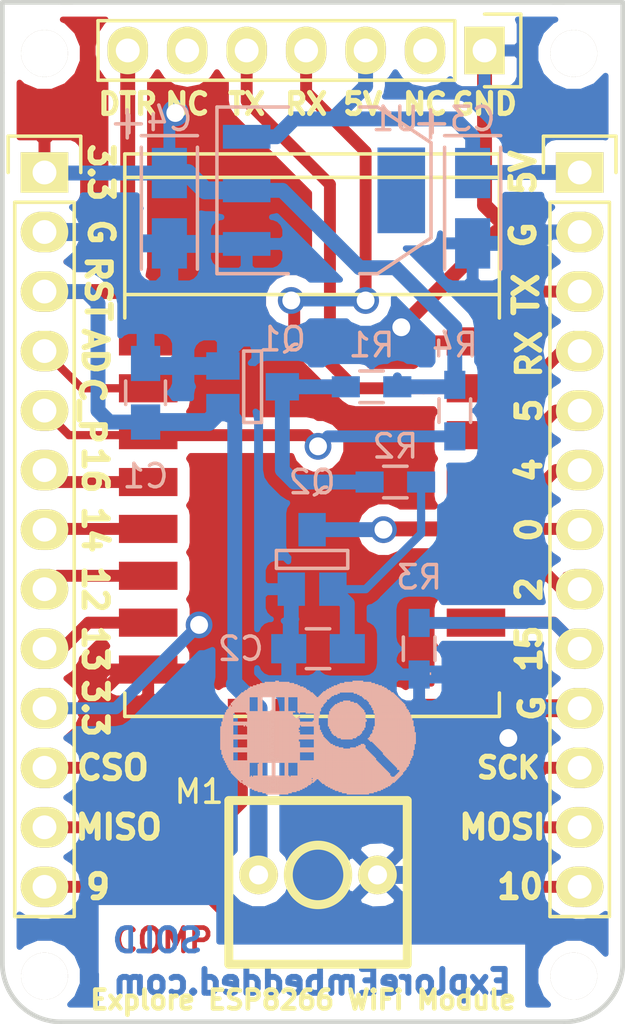
<source format=kicad_pcb>
(kicad_pcb (version 4) (host pcbnew "(2015-01-16 BZR 5376)-product")
  (layers (0 F.Cu signal) (31 B.Cu signal) (34 B.Paste user) (35 F.Paste user) (36 B.SilkS user) (37 F.SilkS user) (38 B.Mask user) (39 F.Mask user) (44 Edge.Cuts user))
  (net 0 "")
  (net 1 GND)
  (net 2 "Net-(C2-Pad1)")
  (net 3 +5V)
  (net 4 +3V3)
  (net 5 "Net-(M1-Pad16)")
  (net 6 "Net-(M1-Pad2)")
  (net 7 "Net-(M1-Pad3)")
  (net 8 "Net-(M1-Pad4)")
  (net 9 "Net-(M1-Pad5)")
  (net 10 "Net-(M1-Pad6)")
  (net 11 "Net-(M1-Pad7)")
  (net 12 "Net-(M1-Pad9)")
  (net 13 "Net-(M1-Pad10)")
  (net 14 /GPIO10)
  (net 15 /MOSI)
  (net 16 /SCK)
  (net 17 "Net-(M1-Pad11)")
  (net 18 "Net-(M1-Pad17)")
  (net 19 /GPIO0)
  (net 20 "Net-(M1-Pad19)")
  (net 21 "Net-(M1-Pad20)")
  (net 22 /TX)
  (net 23 /RX)
  (net 24 "Net-(Q1-PadD)")
  (net 25 "Net-(P4-Pad1)")
  (net 26 "Net-(P5-Pad1)")
  (net 27 "Net-(P6-Pad1)")
  (net 28 "Net-(P7-Pad1)")
  (net 29 /RESET)
  (net 30 "Net-(P1-Pad2)")
  (net 31 "Net-(P1-Pad6)")
  (module ESP12E:ESP-12E (layer F.Cu) (at 125.73 61.468 270)
    (fp_text reference M1 (at 13.208 4.826 360) (layer F.SilkS))
    (fp_text value ESP-12E hide)
    (pad 1 smd rect (at -6 7 270) (size 1.2 2.5) (layers F.Cu F.Paste F.Mask) (net 29 /RESET))
    (pad 2 smd rect (at -4 7 270) (size 1.2 2.5) (layers F.Cu F.Paste F.Mask) (net 6 "Net-(M1-Pad2)"))
    (pad 3 smd rect (at -2 7 270) (size 1.2 2.5) (layers F.Cu F.Paste F.Mask) (net 7 "Net-(M1-Pad3)"))
    (pad 4 smd rect (at 0 7 270) (size 1.2 2.5) (layers F.Cu F.Paste F.Mask) (net 8 "Net-(M1-Pad4)"))
    (pad 5 smd rect (at 2 7 270) (size 1.2 2.5) (layers F.Cu F.Paste F.Mask) (net 9 "Net-(M1-Pad5)"))
    (pad 6 smd rect (at 4 7 270) (size 1.2 2.5) (layers F.Cu F.Paste F.Mask) (net 10 "Net-(M1-Pad6)"))
    (pad 7 smd rect (at 6 7 270) (size 1.2 2.5) (layers F.Cu F.Paste F.Mask) (net 11 "Net-(M1-Pad7)"))
    (pad 8 smd rect (at 8 7 270) (size 1.2 2.5) (layers F.Cu F.Paste F.Mask) (net 4 +3V3))
    (pad 9 smd rect (at 10.5 5 180) (size 1.2 2.5) (layers F.Cu F.Paste F.Mask) (net 12 "Net-(M1-Pad9)"))
    (pad 10 smd rect (at 10.5 3 180) (size 1.2 2.5) (layers F.Cu F.Paste F.Mask) (net 13 "Net-(M1-Pad10)"))
    (pad 12 smd rect (at 10.5 -1 180) (size 1.2 2.5) (layers F.Cu F.Paste F.Mask) (net 14 /GPIO10))
    (pad 13 smd rect (at 10.5 -3 180) (size 1.2 2.5) (layers F.Cu F.Paste F.Mask) (net 15 /MOSI))
    (pad 14 smd rect (at 10.5 -5 180) (size 1.2 2.5) (layers F.Cu F.Paste F.Mask) (net 16 /SCK))
    (pad 15 smd rect (at 8 -7 270) (size 1.2 2.5) (layers F.Cu F.Paste F.Mask) (net 1 GND))
    (pad 16 smd rect (at 6 -7 270) (size 1.2 2.5) (layers F.Cu F.Paste F.Mask) (net 5 "Net-(M1-Pad16)"))
    (pad 11 smd rect (at 10.5 1 180) (size 1.2 2.5) (layers F.Cu F.Paste F.Mask) (net 17 "Net-(M1-Pad11)"))
    (pad 17 smd rect (at 4 -7 270) (size 1.2 2.5) (layers F.Cu F.Paste F.Mask) (net 18 "Net-(M1-Pad17)"))
    (pad 18 smd rect (at 2 -7 270) (size 1.2 2.5) (layers F.Cu F.Paste F.Mask) (net 19 /GPIO0))
    (pad 19 smd rect (at 0 -7 270) (size 1.2 2.5) (layers F.Cu F.Paste F.Mask) (net 20 "Net-(M1-Pad19)"))
    (pad 20 smd rect (at -2 -7 270) (size 1.2 2.5) (layers F.Cu F.Paste F.Mask) (net 21 "Net-(M1-Pad20)"))
    (pad 21 smd rect (at -4 -7 270) (size 1.2 2.5) (layers F.Cu F.Paste F.Mask) (net 23 /RX))
    (pad 22 smd rect (at -6 -7 270) (size 1.2 2.5) (layers F.Cu F.Paste F.Mask) (net 22 /TX))
  )
  (module Connect:1pin (layer F.Cu) (at 136.906 43.18)
    (fp_text reference P7 hide)
    (fp_text value CONN_01X01 hide)
    (pad 1 thru_hole circle (at 0 0) (size 2 2) (drill 2) (layers *.Cu *.Mask F.SilkS) (net 28 "Net-(P7-Pad1)"))
  )
  (module Connect:1pin (layer F.Cu) (at 114.3 43.18)
    (fp_text reference P4 hide)
    (fp_text value CONN_01X01 hide)
    (pad 1 thru_hole circle (at 0 0) (size 2 2) (drill 2) (layers *.Cu *.Mask F.SilkS) (net 25 "Net-(P4-Pad1)"))
  )
  (module Connect:1pin (layer F.Cu) (at 114.3 82.55)
    (fp_text reference P6 hide)
    (fp_text value CONN_01X01 hide)
    (pad 1 thru_hole circle (at 0 0) (size 2 2) (drill 2) (layers *.Cu *.Mask F.SilkS) (net 27 "Net-(P6-Pad1)"))
  )
  (module Connect:1pin (layer F.Cu) (at 136.906 82.55)
    (fp_text reference P5 hide)
    (fp_text value CONN_01X01 hide)
    (pad 1 thru_hole circle (at 0 0) (size 2 2) (drill 2) (layers *.Cu *.Mask F.SilkS) (net 26 "Net-(P5-Pad1)"))
  )
  (module Capacitors_SMD:C_0805_HandSoldering (layer B.Cu) (at 118.618 57.658 90)
    (fp_text reference C1 (at -3.556 0 180) (layer B.SilkS) (effects (justify mirror)))
    (fp_text value 0.1u hide)
    (pad 1 smd rect (at -1.25 0 90) (size 1.5 1.25) (layers B.Cu B.Paste B.Mask) (net 29 /RESET))
    (pad 2 smd rect (at 1.25 0 90) (size 1.5 1.25) (layers B.Cu B.Paste B.Mask) (net 1 GND))
  )
  (module Capacitors_SMD:C_0805_HandSoldering (layer B.Cu) (at 125.984 68.58 180)
    (fp_text reference C2 (at 3.302 0 180) (layer B.SilkS) (effects (justify mirror)))
    (fp_text value 2u2 hide)
    (pad 1 smd rect (at -1.25 0 180) (size 1.5 1.25) (layers B.Cu B.Paste B.Mask) (net 2 "Net-(C2-Pad1)"))
    (pad 2 smd rect (at 1.25 0 180) (size 1.5 1.25) (layers B.Cu B.Paste B.Mask) (net 1 GND))
  )
  (module Capacitors_Tantalum_SMD:TantalC_SizeA_EIA-3216_Wave (layer B.Cu) (at 132.588 49.784 270)
    (fp_text reference C3 (at -3.81 0 360) (layer B.SilkS) (effects (justify mirror)))
    (fp_text value 4u7 hide)
    (fp_text user + (at -3.59918 1.80086 270) (layer B.SilkS) (effects (justify mirror)))
    (pad 2 smd rect (at 1.50114 0 270) (size 2.14884 1.50114) (layers B.Cu B.Paste B.Mask) (net 1 GND))
    (pad 1 smd rect (at -1.50114 0 270) (size 2.14884 1.50114) (layers B.Cu B.Paste B.Mask) (net 3 +5V))
  )
  (module Capacitors_Tantalum_SMD:TantalC_SizeA_EIA-3216_Wave (layer B.Cu) (at 119.634 49.784 270)
    (fp_text reference C4 (at -3.81 0 360) (layer B.SilkS) (effects (justify mirror)))
    (fp_text value 10u hide)
    (fp_text user + (at -3.59918 1.80086 270) (layer B.SilkS) (effects (justify mirror)))
    (pad 2 smd rect (at 1.50114 0 270) (size 2.14884 1.50114) (layers B.Cu B.Paste B.Mask) (net 1 GND))
    (pad 1 smd rect (at -1.50114 0 270) (size 2.14884 1.50114) (layers B.Cu B.Paste B.Mask) (net 4 +3V3))
  )
  (module Pin_Headers:Pin_Header_Straight_1x13 (layer F.Cu) (at 137.16 48.26)
    (fp_text reference P2 hide)
    (fp_text value CONN_01X13 hide)
    (pad 1 thru_hole rect (at 0 0) (size 2.032 1.7272) (drill 1.016) (layers *.Cu *.Mask F.SilkS) (net 3 +5V))
    (pad 2 thru_hole oval (at 0 2.54) (size 2.032 1.7272) (drill 1.016) (layers *.Cu *.Mask F.SilkS) (net 1 GND))
    (pad 3 thru_hole oval (at 0 5.08) (size 2.032 1.7272) (drill 1.016) (layers *.Cu *.Mask F.SilkS) (net 22 /TX))
    (pad 4 thru_hole oval (at 0 7.62) (size 2.032 1.7272) (drill 1.016) (layers *.Cu *.Mask F.SilkS) (net 23 /RX))
    (pad 5 thru_hole oval (at 0 10.16) (size 2.032 1.7272) (drill 1.016) (layers *.Cu *.Mask F.SilkS) (net 21 "Net-(M1-Pad20)"))
    (pad 6 thru_hole oval (at 0 12.7) (size 2.032 1.7272) (drill 1.016) (layers *.Cu *.Mask F.SilkS) (net 20 "Net-(M1-Pad19)"))
    (pad 7 thru_hole oval (at 0 15.24) (size 2.032 1.7272) (drill 1.016) (layers *.Cu *.Mask F.SilkS) (net 19 /GPIO0))
    (pad 8 thru_hole oval (at 0 17.78) (size 2.032 1.7272) (drill 1.016) (layers *.Cu *.Mask F.SilkS) (net 18 "Net-(M1-Pad17)"))
    (pad 9 thru_hole oval (at 0 20.32) (size 2.032 1.7272) (drill 1.016) (layers *.Cu *.Mask F.SilkS) (net 5 "Net-(M1-Pad16)"))
    (pad 10 thru_hole oval (at 0 22.86) (size 2.032 1.7272) (drill 1.016) (layers *.Cu *.Mask F.SilkS) (net 1 GND))
    (pad 11 thru_hole oval (at 0 25.4) (size 2.032 1.7272) (drill 1.016) (layers *.Cu *.Mask F.SilkS) (net 16 /SCK))
    (pad 12 thru_hole oval (at 0 27.94) (size 2.032 1.7272) (drill 1.016) (layers *.Cu *.Mask F.SilkS) (net 15 /MOSI))
    (pad 13 thru_hole oval (at 0 30.48) (size 2.032 1.7272) (drill 1.016) (layers *.Cu *.Mask F.SilkS) (net 14 /GPIO10))
  )
  (module Pin_Headers:Pin_Header_Straight_1x13 (layer F.Cu) (at 114.3 48.26)
    (fp_text reference P3 hide)
    (fp_text value CONN_01X13 hide)
    (pad 1 thru_hole rect (at 0 0) (size 2.032 1.7272) (drill 1.016) (layers *.Cu *.Mask F.SilkS) (net 4 +3V3))
    (pad 2 thru_hole oval (at 0 2.54) (size 2.032 1.7272) (drill 1.016) (layers *.Cu *.Mask F.SilkS) (net 1 GND))
    (pad 3 thru_hole oval (at 0 5.08) (size 2.032 1.7272) (drill 1.016) (layers *.Cu *.Mask F.SilkS) (net 29 /RESET))
    (pad 4 thru_hole oval (at 0 7.62) (size 2.032 1.7272) (drill 1.016) (layers *.Cu *.Mask F.SilkS) (net 6 "Net-(M1-Pad2)"))
    (pad 5 thru_hole oval (at 0 10.16) (size 2.032 1.7272) (drill 1.016) (layers *.Cu *.Mask F.SilkS) (net 7 "Net-(M1-Pad3)"))
    (pad 6 thru_hole oval (at 0 12.7) (size 2.032 1.7272) (drill 1.016) (layers *.Cu *.Mask F.SilkS) (net 8 "Net-(M1-Pad4)"))
    (pad 7 thru_hole oval (at 0 15.24) (size 2.032 1.7272) (drill 1.016) (layers *.Cu *.Mask F.SilkS) (net 9 "Net-(M1-Pad5)"))
    (pad 8 thru_hole oval (at 0 17.78) (size 2.032 1.7272) (drill 1.016) (layers *.Cu *.Mask F.SilkS) (net 10 "Net-(M1-Pad6)"))
    (pad 9 thru_hole oval (at 0 20.32) (size 2.032 1.7272) (drill 1.016) (layers *.Cu *.Mask F.SilkS) (net 11 "Net-(M1-Pad7)"))
    (pad 10 thru_hole oval (at 0 22.86) (size 2.032 1.7272) (drill 1.016) (layers *.Cu *.Mask F.SilkS) (net 4 +3V3))
    (pad 11 thru_hole oval (at 0 25.4) (size 2.032 1.7272) (drill 1.016) (layers *.Cu *.Mask F.SilkS) (net 12 "Net-(M1-Pad9)"))
    (pad 12 thru_hole oval (at 0 27.94) (size 2.032 1.7272) (drill 1.016) (layers *.Cu *.Mask F.SilkS) (net 13 "Net-(M1-Pad10)"))
    (pad 13 thru_hole oval (at 0 30.48) (size 2.032 1.7272) (drill 1.016) (layers *.Cu *.Mask F.SilkS) (net 17 "Net-(M1-Pad11)"))
  )
  (module ESP12E:SOT-23-GDS (layer B.Cu) (at 123.19 57.404 270)
    (fp_text reference Q1 (at -2.032 -1.27 360) (layer B.SilkS) (effects (justify mirror)))
    (fp_text value BSS138 hide)
    (pad S smd rect (at -0.889 1.27 270) (size 1.1684 1.4224) (layers B.Cu B.Paste B.Mask) (net 1 GND))
    (pad G smd rect (at 0.889 1.27 270) (size 1.1684 1.4224) (layers B.Cu B.Paste B.Mask) (net 29 /RESET))
    (pad D smd rect (at 0 -1.27 270) (size 1.1684 1.4224) (layers B.Cu B.Paste B.Mask) (net 24 "Net-(Q1-PadD)"))
  )
  (module ESP12E:SOT-23-GDS (layer B.Cu) (at 125.73 64.77)
    (fp_text reference Q2 (at 0 -3.302) (layer B.SilkS) (effects (justify mirror)))
    (fp_text value BSS138 hide)
    (pad S smd rect (at -0.889 1.27) (size 1.1684 1.4224) (layers B.Cu B.Paste B.Mask) (net 1 GND))
    (pad G smd rect (at 0.889 1.27) (size 1.1684 1.4224) (layers B.Cu B.Paste B.Mask) (net 2 "Net-(C2-Pad1)"))
    (pad D smd rect (at 0 -1.27) (size 1.1684 1.4224) (layers B.Cu B.Paste B.Mask) (net 19 /GPIO0))
  )
  (module Resistors_SMD:R_0603_HandSoldering (layer B.Cu) (at 128.27 57.404 180)
    (fp_text reference R1 (at 0 1.778 360) (layer B.SilkS) (effects (justify mirror)))
    (fp_text value 470K hide)
    (pad 1 smd rect (at -1.1 0 180) (size 1.2 0.9) (layers B.Cu B.Paste B.Mask) (net 4 +3V3))
    (pad 2 smd rect (at 1.1 0 180) (size 1.2 0.9) (layers B.Cu B.Paste B.Mask) (net 24 "Net-(Q1-PadD)"))
  )
  (module Resistors_SMD:R_0603_HandSoldering (layer B.Cu) (at 129.286 61.468 180)
    (fp_text reference R2 (at 0 1.524 360) (layer B.SilkS) (effects (justify mirror)))
    (fp_text value 100K hide)
    (pad 1 smd rect (at -1.1 0 180) (size 1.2 0.9) (layers B.Cu B.Paste B.Mask) (net 2 "Net-(C2-Pad1)"))
    (pad 2 smd rect (at 1.1 0 180) (size 1.2 0.9) (layers B.Cu B.Paste B.Mask) (net 24 "Net-(Q1-PadD)"))
  )
  (module Resistors_SMD:R_0603_HandSoldering (layer B.Cu) (at 130.302 68.58 90)
    (fp_text reference R3 (at 3.048 0 180) (layer B.SilkS) (effects (justify mirror)))
    (fp_text value 10K hide)
    (pad 1 smd rect (at -1.1 0 90) (size 1.2 0.9) (layers B.Cu B.Paste B.Mask) (net 1 GND))
    (pad 2 smd rect (at 1.1 0 90) (size 1.2 0.9) (layers B.Cu B.Paste B.Mask) (net 5 "Net-(M1-Pad16)"))
  )
  (module Resistors_SMD:R_0603_HandSoldering (layer B.Cu) (at 131.826 58.42 270)
    (fp_text reference R4 (at -2.794 0 360) (layer B.SilkS) (effects (justify mirror)))
    (fp_text value 47K hide)
    (pad 1 smd rect (at -1.1 0 270) (size 1.2 0.9) (layers B.Cu B.Paste B.Mask) (net 4 +3V3))
    (pad 2 smd rect (at 1.1 0 270) (size 1.2 0.9) (layers B.Cu B.Paste B.Mask) (net 7 "Net-(M1-Pad3)"))
  )
  (module ESP12E:SW_PUSH_SMALL_2pin_xl (layer F.Cu) (at 125.984 78.232 180)
    (fp_text reference SW1 hide)
    (fp_text value SW_PUSH hide)
    (pad 1 thru_hole circle (at -2.54 0 180) (size 1.651 1.651) (drill 0.8128) (layers *.Cu *.Mask F.SilkS) (net 1 GND))
    (pad 2 thru_hole circle (at 2.54 0 180) (size 1.651 1.651) (drill 0.8128) (layers *.Cu *.Mask F.SilkS) (net 29 /RESET))
  )
  (module SMD_Packages:SOT-223 (layer B.Cu) (at 126.238 49.022 90)
    (fp_text reference U1 (at 3.048 3.048 360) (layer B.SilkS) (effects (justify mirror)))
    (fp_text value 1117-3.3 hide)
    (pad 4 smd rect (at 0 3.302 90) (size 3.6576 2.032) (layers B.Cu B.Paste B.Mask))
    (pad 2 smd rect (at 0 -3.302 90) (size 1.016 2.032) (layers B.Cu B.Paste B.Mask) (net 4 +3V3))
    (pad 3 smd rect (at 2.286 -3.302 90) (size 1.016 2.032) (layers B.Cu B.Paste B.Mask) (net 3 +5V))
    (pad 1 smd rect (at -2.286 -3.302 90) (size 1.016 2.032) (layers B.Cu B.Paste B.Mask) (net 1 GND))
  )
  (module Pin_Headers:Pin_Header_Straight_1x07 (layer F.Cu) (at 133.096 43.053 270)
    (fp_text reference P1 hide)
    (fp_text value CONN_01X07 hide)
    (pad 1 thru_hole rect (at 0 0 270) (size 2.032 1.7272) (drill 1.016) (layers *.Cu *.Mask F.SilkS) (net 1 GND))
    (pad 2 thru_hole oval (at 0 2.54 270) (size 2.032 1.7272) (drill 1.016) (layers *.Cu *.Mask F.SilkS) (net 30 "Net-(P1-Pad2)"))
    (pad 3 thru_hole oval (at 0 5.08 270) (size 2.032 1.7272) (drill 1.016) (layers *.Cu *.Mask F.SilkS) (net 3 +5V))
    (pad 4 thru_hole oval (at 0 7.62 270) (size 2.032 1.7272) (drill 1.016) (layers *.Cu *.Mask F.SilkS) (net 23 /RX))
    (pad 5 thru_hole oval (at 0 10.16 270) (size 2.032 1.7272) (drill 1.016) (layers *.Cu *.Mask F.SilkS) (net 22 /TX))
    (pad 6 thru_hole oval (at 0 12.7 270) (size 2.032 1.7272) (drill 1.016) (layers *.Cu *.Mask F.SilkS) (net 31 "Net-(P1-Pad6)"))
    (pad 7 thru_hole oval (at 0 15.24 270) (size 2.032 1.7272) (drill 1.016) (layers *.Cu *.Mask F.SilkS) (net 29 /RESET))
  )
  (module "logo:LOGO (2)" (layer B.Cu) (at 130.81 69.596 180)
    (fp_text reference LOGO hide)
    (fp_text value "" (at 0 0 180) (layer B.SilkS) (effects (justify mirror)))
  )
  (gr_line (start 115 84.5) (end 136.5 84.5) (angle 90) (layer Edge.Cuts) (width 0.2))
  (gr_line (start 112.5 44) (end 112.5 82) (angle 90) (layer Edge.Cuts) (width 0.2))
  (gr_line (start 139 82) (end 139 44.5) (angle 90) (layer Edge.Cuts) (width 0.2))
  (gr_line (start 112.5 41) (end 115.5 41) (angle 90) (layer Edge.Cuts) (width 0.2))
  (gr_line (start 112.5 44) (end 112.5 41) (angle 90) (layer Edge.Cuts) (width 0.2))
  (gr_line (start 139 41) (end 136 41) (angle 90) (layer Edge.Cuts) (width 0.2))
  (gr_line (start 139 44.5) (end 139 41) (angle 90) (layer Edge.Cuts) (width 0.2))
  (gr_arc (start 136.5 82) (end 139 82) (angle 90) (layer Edge.Cuts) (width 0.2))
  (gr_arc (start 115 82) (end 115 84.5) (angle 90) (layer Edge.Cuts) (width 0.2))
  (gr_line (start 136.5 41) (end 115 41) (angle 90) (layer Edge.Cuts) (width 0.2))
  (gr_text DTR (at 117.856 45.339) (layer F.SilkS) (effects (font (size 0.889 0.889) (thickness 0.22225))))
  (gr_text NC (at 130.556 45.339) (layer F.SilkS) (effects (font (size 0.889 0.889) (thickness 0.22225))))
  (gr_text TX (at 122.936 45.339) (layer F.SilkS) (effects (font (size 0.889 0.889) (thickness 0.22225))))
  (gr_text RX (at 125.476 45.339) (layer F.SilkS) (effects (font (size 0.889 0.889) (thickness 0.22225))))
  (gr_text 5V (at 127.889 45.339) (layer F.SilkS) (effects (font (size 0.889 0.889) (thickness 0.22225))))
  (gr_text NC (at 120.396 45.339) (layer F.SilkS) (effects (font (size 0.889 0.889) (thickness 0.22225))))
  (gr_text "GND\n" (at 133.096 45.339) (layer F.SilkS) (effects (font (size 0.889 0.889) (thickness 0.22225))))
  (gr_text ExploreEmbedded.com (at 125.73 82.804) (layer B.Cu) (effects (font (size 1.016 1.016) (thickness 0.254)) (justify mirror)))
  (gr_text "Explore ESP8266 WiFi Module" (at 125.349 83.566) (layer F.SilkS) (effects (font (size 0.8 0.8) (thickness 0.2))))
  (gr_text 5V (at 134.747 48.26 90) (layer F.SilkS) (effects (font (size 1 1) (thickness 0.25))))
  (gr_text G (at 134.747 50.927 90) (layer F.SilkS) (effects (font (size 1 1) (thickness 0.25))))
  (gr_text TX (at 134.874 53.467 90) (layer F.SilkS) (effects (font (size 1 1) (thickness 0.25))))
  (gr_text RX (at 135.001 56.007 90) (layer F.SilkS) (effects (font (size 1 1) (thickness 0.22225))))
  (gr_text 5 (at 135.001 58.42 90) (layer F.SilkS) (effects (font (size 1 1) (thickness 0.25))))
  (gr_text 4 (at 135.001 60.96 90) (layer F.SilkS) (effects (font (size 1 1) (thickness 0.25))))
  (gr_text "0\n" (at 135.001 63.5 90) (layer F.SilkS) (effects (font (size 1 1) (thickness 0.25))))
  (gr_text 2 (at 135.001 66.04 90) (layer F.SilkS) (effects (font (size 1 1) (thickness 0.25))))
  (gr_text 15 (at 135.001 68.58 90) (layer F.SilkS) (effects (font (size 1 1) (thickness 0.25))))
  (gr_text G (at 135.128 71.12 90) (layer F.SilkS) (effects (font (size 1 1) (thickness 0.25))))
  (gr_text SCK (at 134.112 73.66) (layer F.SilkS) (effects (font (size 0.889 0.889) (thickness 0.22225))))
  (gr_text MOSI (at 133.858 76.2) (layer F.SilkS) (effects (font (size 1 1) (thickness 0.25))))
  (gr_text 10 (at 134.62 78.74) (layer F.SilkS) (effects (font (size 1 1) (thickness 0.25))))
  (gr_text 9 (at 116.586 78.74) (layer F.SilkS) (effects (font (size 1 1) (thickness 0.25))))
  (gr_text MISO (at 117.475 76.2) (layer F.SilkS) (effects (font (size 1 1) (thickness 0.25))))
  (gr_text CSO (at 117.221 73.66) (layer F.SilkS) (effects (font (size 1 1) (thickness 0.25))))
  (gr_text 3.3 (at 116.459 71.12 270) (layer F.SilkS) (effects (font (size 1 1) (thickness 0.25))))
  (gr_text 12 (at 116.459 66.04 270) (layer F.SilkS) (effects (font (size 1 1) (thickness 0.25))))
  (gr_text 13 (at 116.459 68.58 270) (layer F.SilkS) (effects (font (size 1 1) (thickness 0.25))))
  (gr_text 14 (at 116.459 63.5 270) (layer F.SilkS) (effects (font (size 1 1) (thickness 0.25))))
  (gr_text 16 (at 116.459 60.96 270) (layer F.SilkS) (effects (font (size 1 1) (thickness 0.25))))
  (gr_text C_P (at 116.332 58.42 270) (layer F.SilkS) (effects (font (size 1 1) (thickness 0.25))))
  (gr_text "AD\n" (at 116.459 55.88 270) (layer F.SilkS) (effects (font (size 1 1) (thickness 0.25))))
  (gr_text RST (at 116.586 53.213 270) (layer F.SilkS) (effects (font (size 1 1) (thickness 0.25))))
  (gr_text G (at 116.713 50.8 270) (layer F.SilkS) (effects (font (size 1 1) (thickness 0.25))))
  (gr_text 3.3 (at 116.713 48.26 270) (layer F.SilkS) (effects (font (size 1 1) (thickness 0.25))))
  (gr_text COMP (at 119.38 81.026) (layer F.Cu) (effects (font (size 1 1) (thickness 0.2))))
  (gr_text SOLD (at 119.126 81.026) (layer B.Cu) (effects (font (size 1 1) (thickness 0.2)) (justify mirror)))
  (segment (start 133.096 43.053) (end 133.096 49.657) (width 0.635) (layer F.Cu) (net 1))
  (segment (start 134.239 50.8) (end 137.16 50.8) (width 0.635) (layer F.Cu) (net 1))
  (segment (start 133.096 49.657) (end 134.239 50.8) (width 0.635) (layer F.Cu) (net 1))
  (segment (start 128.524 78.232) (end 132.334 78.232) (width 0.762) (layer B.Cu) (net 1))
  (segment (start 133.35 77.216) (end 134.112 76.454) (width 0.762) (layer B.Cu) (net 1))
  (segment (start 134.112 76.454) (end 134.112 72.39) (width 0.762) (layer B.Cu) (net 1))
  (segment (start 132.334 78.232) (end 133.35 77.216) (width 0.762) (layer B.Cu) (net 1))
  (segment (start 137.16 50.8) (end 135.89 50.8) (width 0.635) (layer B.Cu) (net 1))
  (segment (start 134.112 62.992) (end 133.35 63.754) (width 0.635) (layer B.Cu) (net 1))
  (segment (start 134.112 52.578) (end 134.112 62.992) (width 0.635) (layer B.Cu) (net 1))
  (segment (start 135.89 50.8) (end 134.112 52.578) (width 0.635) (layer B.Cu) (net 1))
  (segment (start 137.16 50.8) (end 134.366 50.8) (width 0.635) (layer B.Cu) (net 1))
  (segment (start 133.88086 51.28514) (end 132.588 51.28514) (width 0.635) (layer B.Cu) (net 1))
  (segment (start 134.366 50.8) (end 133.88086 51.28514) (width 0.635) (layer B.Cu) (net 1))
  (segment (start 124.734 68.58) (end 124.734 70.378) (width 0.635) (layer B.Cu) (net 1))
  (segment (start 126.746 72.39) (end 134.112 72.39) (width 0.635) (layer B.Cu) (net 1))
  (segment (start 124.734 70.378) (end 126.746 72.39) (width 0.635) (layer B.Cu) (net 1))
  (segment (start 137.16 71.12) (end 135.382 71.12) (width 0.762) (layer F.Cu) (net 1))
  (segment (start 135.382 71.12) (end 134.112 72.39) (width 0.762) (layer F.Cu) (net 1))
  (segment (start 133.73 69.468) (end 133.73 72.008) (width 0.762) (layer F.Cu) (net 1))
  (segment (start 133.73 72.008) (end 134.112 72.39) (width 0.762) (layer F.Cu) (net 1))
  (segment (start 134.112 72.39) (end 134.112 70.866) (width 0.762) (layer B.Cu) (net 1))
  (segment (start 134.112 70.866) (end 132.926 69.68) (width 0.762) (layer B.Cu) (net 1))
  (segment (start 132.926 69.68) (end 130.302 69.68) (width 0.762) (layer B.Cu) (net 1))
  (segment (start 121.92 56.515) (end 118.725 56.515) (width 0.762) (layer B.Cu) (net 1))
  (segment (start 118.725 56.515) (end 118.618 56.408) (width 0.762) (layer B.Cu) (net 1))
  (segment (start 118.618 56.408) (end 118.618 53.848) (width 0.762) (layer B.Cu) (net 1))
  (segment (start 119.634 52.832) (end 119.634 51.28514) (width 0.762) (layer B.Cu) (net 1))
  (segment (start 118.618 53.848) (end 119.634 52.832) (width 0.762) (layer B.Cu) (net 1))
  (segment (start 119.634 51.28514) (end 116.81714 51.28514) (width 0.762) (layer B.Cu) (net 1))
  (segment (start 116.81714 51.28514) (end 116.332 50.8) (width 0.762) (layer B.Cu) (net 1))
  (segment (start 116.332 50.8) (end 114.3 50.8) (width 0.762) (layer B.Cu) (net 1))
  (segment (start 137.16 50.8) (end 133.604 50.8) (width 0.635) (layer F.Cu) (net 1))
  (segment (start 122.682 55.372) (end 121.92 56.134) (width 0.635) (layer B.Cu) (net 1))
  (segment (start 129.032 55.372) (end 122.682 55.372) (width 0.635) (layer B.Cu) (net 1))
  (segment (start 129.54 54.864) (end 129.032 55.372) (width 0.635) (layer B.Cu) (net 1))
  (via (at 129.54 54.864) (size 1.143) (drill 0.762) (layers F.Cu B.Cu) (net 1))
  (segment (start 133.604 50.8) (end 129.54 54.864) (width 0.635) (layer F.Cu) (net 1))
  (segment (start 121.92 56.134) (end 121.92 56.515) (width 0.381) (layer B.Cu) (net 1))
  (segment (start 130.302 69.68) (end 129.624 69.68) (width 0.508) (layer B.Cu) (net 1))
  (segment (start 133.096 64.008) (end 133.35 63.754) (width 0.35) (layer B.Cu) (net 1))
  (segment (start 131.250084 64.008) (end 133.096 64.008) (width 0.35) (layer B.Cu) (net 1))
  (segment (start 128.778 66.480084) (end 131.250084 64.008) (width 0.35) (layer B.Cu) (net 1))
  (segment (start 128.778 68.834) (end 128.778 66.480084) (width 0.35) (layer B.Cu) (net 1))
  (segment (start 129.624 69.68) (end 128.778 68.834) (width 0.35) (layer B.Cu) (net 1))
  (segment (start 124.841 66.04) (end 124.841 68.473) (width 0.635) (layer B.Cu) (net 1))
  (segment (start 124.841 68.473) (end 124.734 68.58) (width 0.35) (layer B.Cu) (net 1))
  (segment (start 118.618 56.408) (end 121.813 56.408) (width 0.35) (layer B.Cu) (net 1))
  (segment (start 121.813 56.408) (end 121.92 56.515) (width 0.35) (layer B.Cu) (net 1))
  (segment (start 134.112 72.39) (end 134.366 72.136) (width 0.35) (layer F.Cu) (net 1))
  (via (at 134.112 72.39) (size 1.143) (drill 0.762) (layers F.Cu B.Cu) (net 1))
  (segment (start 133.73 69.468) (end 133.73 70.484) (width 0.35) (layer F.Cu) (net 1))
  (segment (start 130.302 69.68) (end 132.926 69.68) (width 0.35) (layer B.Cu) (net 1))
  (segment (start 116.81714 51.28514) (end 116.332 50.8) (width 0.35) (layer B.Cu) (net 1))
  (segment (start 116.332 50.8) (end 114.3 50.8) (width 0.762) (layer B.Cu) (net 1))
  (segment (start 119.65686 51.308) (end 119.634 51.28514) (width 0.35) (layer B.Cu) (net 1))
  (segment (start 122.936 51.308) (end 119.65686 51.308) (width 0.762) (layer B.Cu) (net 1))
  (segment (start 127.234 68.58) (end 127.234 66.655) (width 0.635) (layer B.Cu) (net 2))
  (segment (start 127.234 66.655) (end 126.619 66.04) (width 0.635) (layer B.Cu) (net 2))
  (segment (start 126.619 66.04) (end 128.016 66.04) (width 0.35) (layer B.Cu) (net 2))
  (segment (start 128.016 66.04) (end 130.386 63.67) (width 0.35) (layer B.Cu) (net 2))
  (segment (start 130.386 63.67) (end 130.386 61.468) (width 0.35) (layer B.Cu) (net 2))
  (segment (start 128.016 43.053) (end 128.016 44.577) (width 0.635) (layer B.Cu) (net 3))
  (segment (start 128.016 44.577) (end 126.619 45.974) (width 0.635) (layer B.Cu) (net 3))
  (segment (start 137.16 48.26) (end 132.61086 48.26) (width 0.635) (layer B.Cu) (net 3))
  (segment (start 132.61086 48.26) (end 132.588 48.28286) (width 0.635) (layer B.Cu) (net 3))
  (segment (start 122.936 46.736) (end 124.206 46.736) (width 0.635) (layer B.Cu) (net 3))
  (segment (start 132.588 46.736) (end 132.588 48.28286) (width 0.635) (layer B.Cu) (net 3))
  (segment (start 131.826 45.974) (end 132.588 46.736) (width 0.635) (layer B.Cu) (net 3))
  (segment (start 124.968 45.974) (end 126.619 45.974) (width 0.635) (layer B.Cu) (net 3))
  (segment (start 126.619 45.974) (end 131.826 45.974) (width 0.635) (layer B.Cu) (net 3))
  (segment (start 124.206 46.736) (end 124.968 45.974) (width 0.635) (layer B.Cu) (net 3))
  (segment (start 137.13714 48.28286) (end 137.16 48.26) (width 0.35) (layer B.Cu) (net 3))
  (segment (start 132.588 48.28286) (end 137.13714 48.28286) (width 0.35) (layer B.Cu) (net 3))
  (segment (start 119.634 48.28286) (end 114.32286 48.28286) (width 0.635) (layer B.Cu) (net 4))
  (segment (start 114.32286 48.28286) (end 114.3 48.26) (width 0.635) (layer B.Cu) (net 4))
  (segment (start 114.32286 48.28286) (end 114.3 48.26) (width 0.508) (layer B.Cu) (net 4))
  (segment (start 118.23 69.468) (end 117.73 69.468) (width 0.508) (layer F.Cu) (net 4))
  (segment (start 117.73 69.468) (end 116.078 71.12) (width 0.508) (layer F.Cu) (net 4))
  (segment (start 116.078 71.12) (end 114.3 71.12) (width 0.508) (layer F.Cu) (net 4))
  (segment (start 114.3 71.12) (end 117.348 71.12) (width 0.508) (layer B.Cu) (net 4))
  (segment (start 119.634 45.974) (end 119.634 48.28286) (width 0.508) (layer B.Cu) (net 4))
  (segment (start 119.888 45.72) (end 119.634 45.974) (width 0.508) (layer B.Cu) (net 4))
  (via (at 119.888 45.72) (size 1.143) (drill 0.762) (layers F.Cu B.Cu) (net 4))
  (segment (start 123.19 49.022) (end 119.888 45.72) (width 0.508) (layer F.Cu) (net 4))
  (segment (start 123.19 54.61) (end 123.19 49.022) (width 0.508) (layer F.Cu) (net 4))
  (segment (start 127.762 59.182) (end 123.19 54.61) (width 0.508) (layer F.Cu) (net 4))
  (segment (start 127.762 60.706) (end 127.762 59.182) (width 0.508) (layer F.Cu) (net 4))
  (segment (start 120.904 67.564) (end 127.762 60.706) (width 0.508) (layer F.Cu) (net 4))
  (via (at 120.904 67.564) (size 1.143) (drill 0.762) (layers F.Cu B.Cu) (net 4))
  (segment (start 117.348 71.12) (end 120.904 67.564) (width 0.508) (layer B.Cu) (net 4))
  (segment (start 122.936 49.022) (end 121.158 49.022) (width 0.762) (layer B.Cu) (net 4))
  (segment (start 121.158 49.022) (end 120.41886 48.28286) (width 0.762) (layer B.Cu) (net 4))
  (segment (start 120.41886 48.28286) (end 119.634 48.28286) (width 0.762) (layer B.Cu) (net 4))
  (segment (start 131.826 57.32) (end 131.826 54.864) (width 0.635) (layer B.Cu) (net 4))
  (segment (start 127.762 52.324) (end 124.46 49.022) (width 0.635) (layer B.Cu) (net 4))
  (segment (start 129.286 52.324) (end 127.762 52.324) (width 0.635) (layer B.Cu) (net 4))
  (segment (start 131.826 54.864) (end 129.286 52.324) (width 0.635) (layer B.Cu) (net 4))
  (segment (start 124.46 49.022) (end 122.936 49.022) (width 0.635) (layer B.Cu) (net 4))
  (segment (start 129.37 57.404) (end 129.37 56.98) (width 0.381) (layer B.Cu) (net 4))
  (segment (start 124.46 49.022) (end 122.936 49.022) (width 0.381) (layer B.Cu) (net 4))
  (segment (start 129.37 57.404) (end 131.742 57.404) (width 0.635) (layer B.Cu) (net 4))
  (segment (start 131.742 57.404) (end 131.826 57.32) (width 0.35) (layer B.Cu) (net 4))
  (segment (start 114.32286 48.28286) (end 114.3 48.26) (width 0.35) (layer B.Cu) (net 4))
  (segment (start 114.32286 48.28286) (end 114.3 48.26) (width 0.35) (layer B.Cu) (net 4))
  (segment (start 133.23 67.468) (end 136.048 67.468) (width 0.508) (layer F.Cu) (net 5))
  (segment (start 136.048 67.468) (end 137.16 68.58) (width 0.508) (layer F.Cu) (net 5))
  (segment (start 133.73 67.468) (end 136.048 67.468) (width 0.35) (layer F.Cu) (net 5))
  (segment (start 136.048 67.468) (end 137.16 68.58) (width 0.35) (layer F.Cu) (net 5))
  (segment (start 136.06 67.48) (end 137.16 68.58) (width 0.508) (layer B.Cu) (net 5))
  (segment (start 130.302 67.48) (end 136.06 67.48) (width 0.508) (layer B.Cu) (net 5))
  (segment (start 117.73 57.468) (end 115.888 57.468) (width 0.35) (layer F.Cu) (net 6))
  (segment (start 115.888 57.468) (end 114.3 55.88) (width 0.35) (layer F.Cu) (net 6))
  (segment (start 131.826 59.52) (end 126.408 59.52) (width 0.508) (layer B.Cu) (net 7))
  (segment (start 125.508 59.468) (end 117.73 59.468) (width 0.508) (layer F.Cu) (net 7))
  (segment (start 125.984 59.944) (end 125.508 59.468) (width 0.508) (layer F.Cu) (net 7))
  (via (at 125.984 59.944) (size 1.143) (drill 0.762) (layers F.Cu B.Cu) (net 7))
  (segment (start 126.408 59.52) (end 125.984 59.944) (width 0.508) (layer B.Cu) (net 7))
  (segment (start 117.73 59.468) (end 115.348 59.468) (width 0.35) (layer F.Cu) (net 7))
  (segment (start 115.348 59.468) (end 114.3 58.42) (width 0.35) (layer F.Cu) (net 7))
  (segment (start 118.23 61.468) (end 114.808 61.468) (width 0.508) (layer F.Cu) (net 8))
  (segment (start 114.808 61.468) (end 114.3 60.96) (width 0.508) (layer F.Cu) (net 8))
  (segment (start 117.73 61.468) (end 114.808 61.468) (width 0.35) (layer F.Cu) (net 8))
  (segment (start 114.808 61.468) (end 114.3 60.96) (width 0.35) (layer F.Cu) (net 8))
  (segment (start 118.23 63.468) (end 114.332 63.468) (width 0.508) (layer F.Cu) (net 9))
  (segment (start 114.332 63.468) (end 114.3 63.5) (width 0.508) (layer F.Cu) (net 9))
  (segment (start 117.73 63.468) (end 114.332 63.468) (width 0.35) (layer F.Cu) (net 9))
  (segment (start 114.332 63.468) (end 114.3 63.5) (width 0.35) (layer F.Cu) (net 9))
  (segment (start 118.23 65.468) (end 114.872 65.468) (width 0.508) (layer F.Cu) (net 10))
  (segment (start 114.872 65.468) (end 114.3 66.04) (width 0.508) (layer F.Cu) (net 10))
  (segment (start 117.73 65.468) (end 114.872 65.468) (width 0.35) (layer F.Cu) (net 10))
  (segment (start 114.872 65.468) (end 114.3 66.04) (width 0.35) (layer F.Cu) (net 10))
  (segment (start 118.23 67.468) (end 116.174 67.468) (width 0.508) (layer F.Cu) (net 11))
  (segment (start 116.174 67.468) (end 115.062 68.58) (width 0.508) (layer F.Cu) (net 11))
  (segment (start 115.062 68.58) (end 114.3 68.58) (width 0.508) (layer F.Cu) (net 11))
  (segment (start 120.73 71.468) (end 120.73 72.818) (width 0.508) (layer F.Cu) (net 12))
  (segment (start 120.73 72.818) (end 119.888 73.66) (width 0.508) (layer F.Cu) (net 12))
  (segment (start 119.888 73.66) (end 114.3 73.66) (width 0.508) (layer F.Cu) (net 12))
  (segment (start 114.46 73.5) (end 114.3 73.66) (width 0.35) (layer F.Cu) (net 12))
  (segment (start 122.73 71.468) (end 122.73 75.136) (width 0.508) (layer F.Cu) (net 13))
  (segment (start 122.73 75.136) (end 121.666 76.2) (width 0.508) (layer F.Cu) (net 13))
  (segment (start 121.666 76.2) (end 114.3 76.2) (width 0.508) (layer F.Cu) (net 13))
  (segment (start 114.3 76.2) (end 121.666 76.2) (width 0.35) (layer F.Cu) (net 13))
  (segment (start 121.666 76.2) (end 122.73 75.136) (width 0.35) (layer F.Cu) (net 13))
  (segment (start 126.73 71.468) (end 126.73 75.454) (width 0.508) (layer F.Cu) (net 14))
  (segment (start 133.35 78.74) (end 137.16 78.74) (width 0.508) (layer F.Cu) (net 14))
  (segment (start 131.572 80.518) (end 133.35 78.74) (width 0.508) (layer F.Cu) (net 14))
  (segment (start 128.016 80.518) (end 131.572 80.518) (width 0.508) (layer F.Cu) (net 14))
  (segment (start 126.484002 78.986002) (end 128.016 80.518) (width 0.508) (layer F.Cu) (net 14))
  (segment (start 126.484002 75.699998) (end 126.484002 78.986002) (width 0.508) (layer F.Cu) (net 14))
  (segment (start 126.73 75.454) (end 126.484002 75.699998) (width 0.508) (layer F.Cu) (net 14))
  (segment (start 128.73 71.468) (end 128.73 74.12) (width 0.508) (layer F.Cu) (net 15))
  (segment (start 130.81 76.2) (end 137.16 76.2) (width 0.508) (layer F.Cu) (net 15))
  (segment (start 128.73 74.12) (end 130.81 76.2) (width 0.508) (layer F.Cu) (net 15))
  (segment (start 130.73 71.468) (end 130.73 74.088) (width 0.508) (layer F.Cu) (net 16))
  (segment (start 135.636 73.66) (end 137.16 73.66) (width 0.508) (layer F.Cu) (net 16))
  (segment (start 134.62 74.676) (end 135.636 73.66) (width 0.508) (layer F.Cu) (net 16))
  (segment (start 131.318 74.676) (end 134.62 74.676) (width 0.508) (layer F.Cu) (net 16))
  (segment (start 130.73 74.088) (end 131.318 74.676) (width 0.508) (layer F.Cu) (net 16))
  (segment (start 130.73 71.468) (end 130.73 72.818) (width 0.35) (layer F.Cu) (net 16))
  (segment (start 114.3 78.74) (end 120.904 78.74) (width 0.508) (layer F.Cu) (net 17))
  (segment (start 124.73 74.692) (end 124.73 71.468) (width 0.508) (layer F.Cu) (net 17))
  (segment (start 125.476 75.438) (end 124.73 74.692) (width 0.508) (layer F.Cu) (net 17))
  (segment (start 125.476 78.994) (end 125.476 75.438) (width 0.508) (layer F.Cu) (net 17))
  (segment (start 124.46 80.01) (end 125.476 78.994) (width 0.508) (layer F.Cu) (net 17))
  (segment (start 122.174 80.01) (end 124.46 80.01) (width 0.508) (layer F.Cu) (net 17))
  (segment (start 120.904 78.74) (end 122.174 80.01) (width 0.508) (layer F.Cu) (net 17))
  (segment (start 133.23 65.468) (end 135.826 65.468) (width 0.508) (layer F.Cu) (net 18))
  (segment (start 135.826 65.468) (end 136.398 66.04) (width 0.508) (layer F.Cu) (net 18))
  (segment (start 136.398 66.04) (end 137.16 66.04) (width 0.508) (layer F.Cu) (net 18))
  (segment (start 136.588 65.468) (end 137.16 66.04) (width 0.35) (layer F.Cu) (net 18))
  (segment (start 133.23 63.468) (end 137.128 63.468) (width 0.508) (layer F.Cu) (net 19))
  (segment (start 137.128 63.468) (end 137.16 63.5) (width 0.508) (layer F.Cu) (net 19))
  (segment (start 125.73 63.5) (end 128.778 63.5) (width 0.635) (layer B.Cu) (net 19))
  (segment (start 128.81 63.468) (end 133.73 63.468) (width 0.635) (layer F.Cu) (net 19))
  (segment (start 128.778 63.5) (end 128.81 63.468) (width 0.35) (layer F.Cu) (net 19))
  (via (at 128.778 63.5) (size 1.143) (drill 0.762) (layers F.Cu B.Cu) (net 19))
  (segment (start 133.73 63.468) (end 137.128 63.468) (width 0.35) (layer F.Cu) (net 19))
  (segment (start 137.128 63.468) (end 137.16 63.5) (width 0.35) (layer F.Cu) (net 19))
  (segment (start 133.23 61.468) (end 135.636 61.468) (width 0.508) (layer F.Cu) (net 20))
  (segment (start 135.636 61.468) (end 136.144 60.96) (width 0.508) (layer F.Cu) (net 20))
  (segment (start 136.144 60.96) (end 137.16 60.96) (width 0.508) (layer F.Cu) (net 20))
  (segment (start 136.652 61.468) (end 137.16 60.96) (width 0.35) (layer F.Cu) (net 20))
  (segment (start 133.23 59.468) (end 135.096 59.468) (width 0.508) (layer F.Cu) (net 21))
  (segment (start 135.096 59.468) (end 136.144 58.42) (width 0.508) (layer F.Cu) (net 21))
  (segment (start 136.144 58.42) (end 137.16 58.42) (width 0.508) (layer F.Cu) (net 21))
  (segment (start 122.936 43.053) (end 122.936 45.212) (width 0.508) (layer F.Cu) (net 22))
  (segment (start 126.492 48.768) (end 126.492 54.61) (width 0.508) (layer F.Cu) (net 22))
  (segment (start 122.936 45.212) (end 126.492 48.768) (width 0.508) (layer F.Cu) (net 22))
  (segment (start 133.23 55.468) (end 133.23 54.73) (width 0.508) (layer F.Cu) (net 22))
  (segment (start 133.23 54.73) (end 134.62 53.34) (width 0.508) (layer F.Cu) (net 22))
  (segment (start 134.62 53.34) (end 137.16 53.34) (width 0.508) (layer F.Cu) (net 22))
  (segment (start 133.73 55.468) (end 130.968 55.468) (width 0.508) (layer F.Cu) (net 22))
  (segment (start 130.968 55.468) (end 130.048 56.388) (width 0.508) (layer F.Cu) (net 22))
  (segment (start 130.048 56.388) (end 128.27 56.388) (width 0.508) (layer F.Cu) (net 22))
  (segment (start 126.492 54.61) (end 126.492 54.61) (width 0.381) (layer F.Cu) (net 22))
  (segment (start 126.746 54.864) (end 126.492 54.61) (width 0.508) (layer F.Cu) (net 22))
  (segment (start 128.27 56.388) (end 126.746 54.864) (width 0.508) (layer F.Cu) (net 22))
  (segment (start 133.73 55.468) (end 133.73 54.23) (width 0.35) (layer F.Cu) (net 22))
  (segment (start 134.62 53.34) (end 137.16 53.34) (width 0.35) (layer F.Cu) (net 22))
  (segment (start 133.73 54.23) (end 134.62 53.34) (width 0.35) (layer F.Cu) (net 22))
  (segment (start 125.476 43.053) (end 125.476 44.831) (width 0.508) (layer F.Cu) (net 23))
  (segment (start 127.572 57.468) (end 130.492 57.468) (width 0.508) (layer F.Cu) (net 23))
  (segment (start 124.968 54.864) (end 127.572 57.468) (width 0.508) (layer F.Cu) (net 23))
  (segment (start 124.968 53.848) (end 124.968 54.864) (width 0.508) (layer F.Cu) (net 23))
  (segment (start 124.841 53.721) (end 124.968 53.848) (width 0.508) (layer F.Cu) (net 23))
  (via (at 124.841 53.721) (size 1.143) (drill 0.762) (layers F.Cu B.Cu) (net 23))
  (segment (start 128.016 53.721) (end 124.841 53.721) (width 0.508) (layer B.Cu) (net 23))
  (via (at 128.016 53.721) (size 1.143) (drill 0.762) (layers F.Cu B.Cu) (net 23))
  (segment (start 128.016 47.371) (end 128.016 53.721) (width 0.508) (layer F.Cu) (net 23))
  (segment (start 125.476 44.831) (end 128.016 47.371) (width 0.508) (layer F.Cu) (net 23))
  (segment (start 133.23 57.468) (end 134.81 57.468) (width 0.508) (layer F.Cu) (net 23))
  (segment (start 134.81 57.468) (end 136.398 55.88) (width 0.508) (layer F.Cu) (net 23))
  (segment (start 136.398 55.88) (end 137.16 55.88) (width 0.508) (layer F.Cu) (net 23))
  (segment (start 130.492 57.468) (end 131.762 57.468) (width 0.508) (layer F.Cu) (net 23))
  (segment (start 131.826 57.404) (end 131.826 57.468) (width 0.508) (layer F.Cu) (net 23))
  (segment (start 131.762 57.468) (end 131.826 57.404) (width 0.508) (layer F.Cu) (net 23))
  (segment (start 133.73 57.468) (end 131.826 57.468) (width 0.381) (layer F.Cu) (net 23))
  (segment (start 131.826 57.468) (end 130.492 57.468) (width 0.381) (layer F.Cu) (net 23))
  (segment (start 127.17 57.404) (end 125.476 57.404) (width 0.635) (layer B.Cu) (net 24))
  (segment (start 125.476 57.404) (end 124.46 57.404) (width 0.635) (layer B.Cu) (net 24))
  (segment (start 128.186 61.468) (end 124.968 61.468) (width 0.635) (layer B.Cu) (net 24))
  (segment (start 124.46 60.96) (end 124.46 57.404) (width 0.635) (layer B.Cu) (net 24))
  (segment (start 124.968 61.468) (end 124.46 60.96) (width 0.635) (layer B.Cu) (net 24))
  (segment (start 118.73 55.468) (end 118.73 53.98) (width 0.635) (layer F.Cu) (net 29))
  (segment (start 118.09 53.34) (end 114.3 53.34) (width 0.635) (layer F.Cu) (net 29))
  (segment (start 118.73 53.98) (end 118.09 53.34) (width 0.635) (layer F.Cu) (net 29))
  (segment (start 117.856 43.053) (end 117.856 52.324) (width 0.635) (layer F.Cu) (net 29))
  (segment (start 117.856 52.324) (end 116.84 53.34) (width 0.635) (layer F.Cu) (net 29))
  (segment (start 123.444 78.232) (end 123.444 71.12) (width 0.762) (layer B.Cu) (net 29))
  (segment (start 123.444 71.12) (end 122.428 70.104) (width 0.762) (layer B.Cu) (net 29))
  (segment (start 116.84 53.34) (end 114.3 53.34) (width 0.635) (layer F.Cu) (net 29))
  (segment (start 122.428 70.104) (end 122.428 58.801) (width 0.635) (layer B.Cu) (net 29))
  (segment (start 123.444 71.12) (end 122.428 70.104) (width 0.635) (layer B.Cu) (net 29))
  (segment (start 122.428 58.801) (end 121.92 58.293) (width 0.635) (layer B.Cu) (net 29))
  (segment (start 122.174 58.547) (end 121.92 58.293) (width 0.762) (layer B.Cu) (net 29))
  (segment (start 118.618 58.908) (end 121.305 58.908) (width 0.762) (layer B.Cu) (net 29))
  (segment (start 121.305 58.908) (end 121.92 58.293) (width 0.762) (layer B.Cu) (net 29))
  (segment (start 116.84 53.34) (end 114.3 53.34) (width 0.381) (layer F.Cu) (net 29))
  (segment (start 118.618 58.908) (end 117.074 58.908) (width 0.635) (layer B.Cu) (net 29))
  (segment (start 117.074 58.908) (end 116.586 58.42) (width 0.635) (layer B.Cu) (net 29))
  (segment (start 116.586 58.42) (end 116.586 53.848) (width 0.635) (layer B.Cu) (net 29))
  (segment (start 116.586 53.848) (end 116.078 53.34) (width 0.635) (layer B.Cu) (net 29))
  (segment (start 116.078 53.34) (end 114.3 53.34) (width 0.635) (layer B.Cu) (net 29))
  (zone (net 1) (net_name GND) (layer B.Cu) (connect_pads (clearance 0.508)) (min_thickness 0.254) (fill yes (arc_segments 16) (thermal_gap 0.508) (thermal_bridge_width 0.508))
    (polygon (pts (xy 139 82) (xy 138.5 83.5) (xy 137 84.5) (xy 115 84.5) (xy 113.5 84) (xy 112.5 82.5) (xy 112.5 41) (xy 139 41)))
  )
  (zone (net 4) (net_name +3V3) (layer F.Cu) (connect_pads (clearance 0.508)) (min_thickness 0.254) (fill yes (arc_segments 16) (thermal_gap 0.508) (thermal_bridge_width 0.508))
    (polygon (pts (xy 139 82) (xy 138.5 83.5) (xy 137 84.5) (xy 115 84.5) (xy 113.5 84) (xy 112.5 82.5) (xy 112.5 41) (xy 139 41)))
  )
)
</source>
